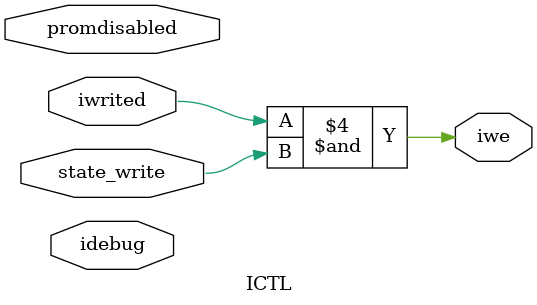
<source format=v>

`include "defines.vh"

module ICTL(idebug, promdisabled, iwrited, state_write, iwe);

   input state_write;

   input idebug;
   input iwrited;
   input promdisabled;
   output iwe;

   ////////////////////////////////////////////////////////////////////////////////

   wire ramdisable;

   ////////////////////////////////////////////////////////////////////////////////

   assign ramdisable = idebug | ~(promdisabled | iwrited);
   assign iwe = iwrited & state_write;

endmodule

</source>
